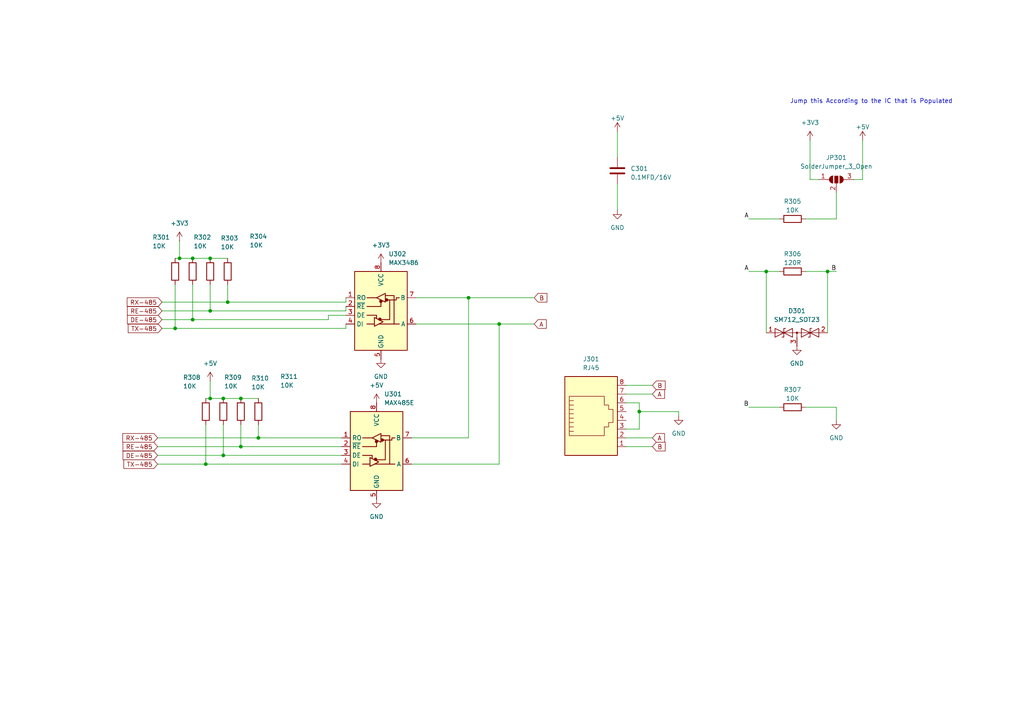
<source format=kicad_sch>
(kicad_sch (version 20231120) (generator "eeschema") (generator_version "8.0")
  (paper "A4")
  (lib_symbols
    (symbol "Connector:RJ45" (pin_names (offset 1.016))
      (property "Reference" "J" (at -5.08 13.97 0))
      (property "Value" "RJ45" (at 2.54 13.97 0))
      (symbol "RJ45_0_1"
        (polyline (pts (xy -5.08 4.445) (xy -6.35 4.445)))
        (polyline (pts (xy -5.08 5.715) (xy -6.35 5.715)))
        (polyline (pts (xy -6.35 -3.175) (xy -5.08 -3.175) (xy -5.08 -3.175)))
        (polyline (pts (xy -6.35 -1.905) (xy -5.08 -1.905) (xy -5.08 -1.905)))
        (polyline (pts (xy -6.35 -0.635) (xy -5.08 -0.635) (xy -5.08 -0.635)))
        (polyline (pts (xy -6.35 0.635) (xy -5.08 0.635) (xy -5.08 0.635)))
        (polyline (pts (xy -6.35 1.905) (xy -5.08 1.905) (xy -5.08 1.905)))
        (polyline (pts (xy -5.08 3.175) (xy -6.35 3.175) (xy -6.35 3.175)))
        (polyline (pts (xy -6.35 -4.445) (xy -6.35 6.985) (xy 3.81 6.985) (xy 3.81 4.445) (xy 5.08 4.445) (xy 5.08 3.175) (xy 6.35 3.175) (xy 6.35 -0.635) (xy 5.08 -0.635) (xy 5.08 -1.905) (xy 3.81 -1.905) (xy 3.81 -4.445) (xy -6.35 -4.445) (xy -6.35 -4.445)))
        (rectangle (start 7.62 12.7) (end -7.62 -10.16) (stroke (width 0.254)) (fill (type background)))
      )
      (symbol "RJ45_1_1"
        (pin passive line (at 10.16 -7.62 180) (length 2.54) (name "~") (number "1"))
        (pin passive line (at 10.16 -5.08 180) (length 2.54) (name "~") (number "2"))
        (pin passive line (at 10.16 -2.54 180) (length 2.54) (name "~") (number "3"))
        (pin passive line (at 10.16 0 180) (length 2.54) (name "~") (number "4"))
        (pin passive line (at 10.16 2.54 180) (length 2.54) (name "~") (number "5"))
        (pin passive line (at 10.16 5.08 180) (length 2.54) (name "~") (number "6"))
        (pin passive line (at 10.16 7.62 180) (length 2.54) (name "~") (number "7"))
        (pin passive line (at 10.16 10.16 180) (length 2.54) (name "~") (number "8"))
      )
    )
    (symbol "Device:C" (pin_numbers hide) (pin_names (offset 0.254))
      (property "Reference" "C" (at 0.635 2.54 0))
      (property "Value" "C" (at 0.635 -2.54 0))
      (symbol "C_0_1"
        (polyline (pts (xy -2.032 -0.762) (xy 2.032 -0.762)) (stroke (width 0.508)))
        (polyline (pts (xy -2.032 0.762) (xy 2.032 0.762)) (stroke (width 0.508)))
      )
      (symbol "C_1_1"
        (pin passive line (at 0 3.81 270) (length 2.794) (name "~") (number "1"))
        (pin passive line (at 0 -3.81 90) (length 2.794) (name "~") (number "2"))
      )
    )
    (symbol "Device:R" (pin_numbers hide) (pin_names (offset 0))
      (property "Reference" "R" (at 2.032 0 90))
      (property "Value" "R" (at 0 0 90))
      (symbol "R_0_1"
        (rectangle (start -1.016 -2.54) (end 1.016 2.54) (stroke (width 0.254)))
      )
      (symbol "R_1_1"
        (pin passive line (at 0 3.81 270) (length 1.27) (name "~") (number "1"))
        (pin passive line (at 0 -3.81 90) (length 1.27) (name "~") (number "2"))
      )
    )
    (symbol "Diode:SM712_SOT23" (pin_names (offset 1.016) hide)
      (property "Reference" "D" (at 0 4.445 0))
      (property "Value" "SM712_SOT23" (at 0 2.54 0))
      (symbol "SM712_SOT23_0_0"
        (polyline (pts (xy 0 -1.27) (xy 0 0)))
      )
      (symbol "SM712_SOT23_0_1"
        (polyline (pts (xy -6.35 0) (xy 6.35 0)))
        (polyline (pts (xy -3.302 1.27) (xy -3.81 1.27) (xy -3.81 -1.27) (xy -4.318 -1.27)) (stroke (width 0.2032)))
        (polyline (pts (xy 4.318 1.27) (xy 3.81 1.27) (xy 3.81 -1.27) (xy 3.302 -1.27)) (stroke (width 0.2032)))
        (polyline (pts (xy -6.35 -1.27) (xy -1.27 1.27) (xy -1.27 -1.27) (xy -6.35 1.27) (xy -6.35 -1.27)) (stroke (width 0.2032)))
        (polyline (pts (xy 1.27 -1.27) (xy 1.27 1.27) (xy 6.35 -1.27) (xy 6.35 1.27) (xy 1.27 -1.27)) (stroke (width 0.2032)))
        (circle (center 0 0) (radius 0.254) (fill (type outline)))
      )
      (symbol "SM712_SOT23_1_1"
        (pin passive line (at -8.89 0 0) (length 2.54) (name "A1") (number "1"))
        (pin passive line (at 8.89 0 180) (length 2.54) (name "A2") (number "2"))
        (pin input line (at 0 -3.81 90) (length 2.54) (name "common") (number "3"))
      )
    )
    (symbol "Interface_UART:MAX3486"
      (property "Reference" "U" (at -6.096 11.43 0))
      (property "Value" "MAX3486" (at 0.762 11.43 0))
      (symbol "MAX3486_0_1"
        (rectangle (start -7.62 10.16) (end 7.62 -12.7) (stroke (width 0.254)) (fill (type background)))
        (circle (center -0.3048 -3.683) (radius 0.3556) (stroke (width 0.254)) (fill (type outline)))
        (circle (center -0.0254 1.4986) (radius 0.3556) (stroke (width 0.254)) (fill (type outline)))
        (polyline (pts (xy -4.064 -5.08) (xy -1.905 -5.08)) (stroke (width 0.254)))
        (polyline (pts (xy -4.064 2.54) (xy -1.27 2.54)) (stroke (width 0.254)))
        (polyline (pts (xy -1.27 -3.2004) (xy -1.27 -3.4544)) (stroke (width 0.254)))
        (polyline (pts (xy -0.635 -5.08) (xy 5.334 -5.08)) (stroke (width 0.254)))
        (polyline (pts (xy -4.064 -2.54) (xy -1.27 -2.54) (xy -1.27 -3.175)) (stroke (width 0.254)))
        (polyline (pts (xy 0 1.27) (xy 0 0) (xy -4.064 0)) (stroke (width 0.254)))
        (polyline (pts (xy 1.27 3.175) (xy 3.81 3.175) (xy 3.81 -5.08)) (stroke (width 0.254)))
        (polyline (pts (xy 2.54 1.905) (xy 2.54 -3.81) (xy 0 -3.81)) (stroke (width 0.254)))
        (polyline (pts (xy -1.905 -3.175) (xy -1.905 -5.715) (xy 0.635 -4.445) (xy -1.905 -3.175)) (stroke (width 0.254)))
        (polyline (pts (xy -1.27 2.54) (xy 1.27 3.81) (xy 1.27 1.27) (xy -1.27 2.54)) (stroke (width 0.254)))
        (polyline (pts (xy 1.905 1.905) (xy 4.445 1.905) (xy 4.445 2.54) (xy 5.334 2.54)) (stroke (width 0.254)))
        (rectangle (start 1.27 3.175) (end 1.27 3.175))
        (circle (center 1.651 1.905) (radius 0.3556) (stroke (width 0.254)) (fill (type outline)))
      )
      (symbol "MAX3486_1_1"
        (pin output line (at -10.16 2.54 0) (length 2.54) (name "RO") (number "1"))
        (pin input line (at -10.16 0 0) (length 2.54) (name "~{RE}") (number "2"))
        (pin input line (at -10.16 -2.54 0) (length 2.54) (name "DE") (number "3"))
        (pin input line (at -10.16 -5.08 0) (length 2.54) (name "DI") (number "4"))
        (pin power_in line (at 0 -15.24 90) (length 2.54) (name "GND") (number "5"))
        (pin bidirectional line (at 10.16 -5.08 180) (length 2.54) (name "A") (number "6"))
        (pin bidirectional line (at 10.16 2.54 180) (length 2.54) (name "B") (number "7"))
        (pin power_in line (at 0 12.7 270) (length 2.54) (name "VCC") (number "8"))
      )
    )
    (symbol "Interface_UART:MAX485E"
      (property "Reference" "U" (at -6.096 11.43 0))
      (property "Value" "MAX485E" (at 0.762 11.43 0))
      (symbol "MAX485E_0_1"
        (rectangle (start -7.62 10.16) (end 7.62 -12.7) (stroke (width 0.254)) (fill (type background)))
        (circle (center -0.3048 -3.683) (radius 0.3556) (stroke (width 0.254)) (fill (type outline)))
        (circle (center -0.0254 1.4986) (radius 0.3556) (stroke (width 0.254)) (fill (type outline)))
        (polyline (pts (xy -4.064 -5.08) (xy -1.905 -5.08)) (stroke (width 0.254)))
        (polyline (pts (xy -4.064 2.54) (xy -1.27 2.54)) (stroke (width 0.254)))
        (polyline (pts (xy -1.27 -3.2004) (xy -1.27 -3.4544)) (stroke (width 0.254)))
        (polyline (pts (xy -0.635 -5.08) (xy 5.334 -5.08)) (stroke (width 0.254)))
        (polyline (pts (xy -4.064 -2.54) (xy -1.27 -2.54) (xy -1.27 -3.175)) (stroke (width 0.254)))
        (polyline (pts (xy 0 1.27) (xy 0 0) (xy -4.064 0)) (stroke (width 0.254)))
        (polyline (pts (xy 1.27 3.175) (xy 3.81 3.175) (xy 3.81 -5.08)) (stroke (width 0.254)))
        (polyline (pts (xy 2.54 1.905) (xy 2.54 -3.81) (xy 0 -3.81)) (stroke (width 0.254)))
        (polyline (pts (xy -1.905 -3.175) (xy -1.905 -5.715) (xy 0.635 -4.445) (xy -1.905 -3.175)) (stroke (width 0.254)))
        (polyline (pts (xy -1.27 2.54) (xy 1.27 3.81) (xy 1.27 1.27) (xy -1.27 2.54)) (stroke (width 0.254)))
        (polyline (pts (xy 1.905 1.905) (xy 4.445 1.905) (xy 4.445 2.54) (xy 5.334 2.54)) (stroke (width 0.254)))
        (rectangle (start 1.27 3.175) (end 1.27 3.175))
        (circle (center 1.651 1.905) (radius 0.3556) (stroke (width 0.254)) (fill (type outline)))
      )
      (symbol "MAX485E_1_1"
        (pin output line (at -10.16 2.54 0) (length 2.54) (name "RO") (number "1"))
        (pin input line (at -10.16 0 0) (length 2.54) (name "~{RE}") (number "2"))
        (pin input line (at -10.16 -2.54 0) (length 2.54) (name "DE") (number "3"))
        (pin input line (at -10.16 -5.08 0) (length 2.54) (name "DI") (number "4"))
        (pin power_in line (at 0 -15.24 90) (length 2.54) (name "GND") (number "5"))
        (pin bidirectional line (at 10.16 -5.08 180) (length 2.54) (name "A") (number "6"))
        (pin bidirectional line (at 10.16 2.54 180) (length 2.54) (name "B") (number "7"))
        (pin power_in line (at 0 12.7 270) (length 2.54) (name "VCC") (number "8"))
      )
    )
    (symbol "Jumper:SolderJumper_3_Open" (pin_names (offset 0) hide) (exclude_from_sim yes) (in_bom no)
      (property "Reference" "JP" (at -2.54 -2.54 0))
      (property "Value" "SolderJumper_3_Open" (at 0 2.794 0))
      (symbol "SolderJumper_3_Open_0_1"
        (arc (start -1.016 1.016) (mid -2.0276 0) (end -1.016 -1.016))
        (arc (start -1.016 1.016) (mid -2.0276 0) (end -1.016 -1.016) (fill (type outline)))
        (rectangle (start -0.508 1.016) (end 0.508 -1.016) (fill (type outline)))
        (polyline (pts (xy -2.54 0) (xy -2.032 0)))
        (polyline (pts (xy -1.016 1.016) (xy -1.016 -1.016)))
        (polyline (pts (xy 0 -1.27) (xy 0 -1.016)))
        (polyline (pts (xy 1.016 1.016) (xy 1.016 -1.016)))
        (polyline (pts (xy 2.54 0) (xy 2.032 0)))
        (arc (start 1.016 -1.016) (mid 2.0276 0) (end 1.016 1.016))
        (arc (start 1.016 -1.016) (mid 2.0276 0) (end 1.016 1.016) (fill (type outline)))
      )
      (symbol "SolderJumper_3_Open_1_1"
        (pin passive line (at -5.08 0 0) (length 2.54) (name "A") (number "1"))
        (pin passive line (at 0 -3.81 90) (length 2.54) (name "C") (number "2"))
        (pin passive line (at 5.08 0 180) (length 2.54) (name "B") (number "3"))
      )
    )
    (symbol "power:+3V3" (power) (pin_numbers hide) (pin_names (offset 0) hide)
      (property "Value" "+3V3" (at 0 3.556 0))
      (symbol "+3V3_0_1"
        (polyline (pts (xy -0.762 1.27) (xy 0 2.54)))
        (polyline (pts (xy 0 0) (xy 0 2.54)))
        (polyline (pts (xy 0 2.54) (xy 0.762 1.27)))
      )
      (symbol "+3V3_1_1"
        (pin power_in line (at 0 0 90) (length 0) (name "~") (number "1"))
      )
    )
    (symbol "power:+5V" (power) (pin_numbers hide) (pin_names (offset 0) hide)
      (property "Value" "+5V" (at 0 3.556 0))
      (symbol "+5V_0_1"
        (polyline (pts (xy -0.762 1.27) (xy 0 2.54)))
        (polyline (pts (xy 0 0) (xy 0 2.54)))
        (polyline (pts (xy 0 2.54) (xy 0.762 1.27)))
      )
      (symbol "+5V_1_1"
        (pin power_in line (at 0 0 90) (length 0) (name "~") (number "1"))
      )
    )
    (symbol "power:GND" (power) (pin_numbers hide) (pin_names (offset 0) hide)
      (property "Value" "GND" (at 0 -3.81 0))
      (symbol "GND_0_1"
        (polyline (pts (xy 0 0) (xy 0 -1.27) (xy 1.27 -1.27) (xy 0 -2.54) (xy -1.27 -1.27) (xy 0 -1.27)))
      )
      (symbol "GND_1_1"
        (pin power_in line (at 0 0 270) (length 0) (name "~") (number "1"))
      )
    )
  )
  (junction (at 60.96 74.93))
  (junction (at 52.07 74.93))
  (junction (at 222.25 78.74))
  (junction (at 50.8 95.25))
  (junction (at 55.88 74.93))
  (junction (at 55.88 92.71))
  (junction (at 185.42 119.38))
  (junction (at 144.78 93.98))
  (junction (at 60.96 115.57))
  (junction (at 69.85 115.57))
  (junction (at 240.03 78.74))
  (junction (at 66.04 87.63))
  (junction (at 60.96 90.17))
  (junction (at 64.77 115.57))
  (junction (at 135.89 86.36))
  (junction (at 64.77 132.08))
  (junction (at 59.69 134.62))
  (junction (at 69.85 129.54))
  (junction (at 74.93 127))
  (wire (pts (xy 135.89 86.36) (xy 135.89 127)))
  (wire (pts (xy 222.25 78.74) (xy 226.06 78.74)))
  (wire (pts (xy 74.93 127) (xy 99.06 127)))
  (wire (pts (xy 50.8 82.55) (xy 50.8 95.25)))
  (wire (pts (xy 217.17 78.74) (xy 222.25 78.74)))
  (wire (pts (xy 234.95 52.07) (xy 237.49 52.07)))
  (wire (pts (xy 45.72 129.54) (xy 69.85 129.54)))
  (wire (pts (xy 144.78 134.62) (xy 144.78 93.98)))
  (wire (pts (xy 59.69 134.62) (xy 99.06 134.62)))
  (wire (pts (xy 179.07 53.34) (xy 179.07 60.96)))
  (wire (pts (xy 233.68 118.11) (xy 242.57 118.11)))
  (wire (pts (xy 55.88 74.93) (xy 60.96 74.93)))
  (wire (pts (xy 60.96 90.17) (xy 100.33 90.17)))
  (wire (pts (xy 181.61 116.84) (xy 185.42 116.84)))
  (wire (pts (xy 46.99 87.63) (xy 66.04 87.63)))
  (wire (pts (xy 60.96 115.57) (xy 64.77 115.57)))
  (wire (pts (xy 52.07 69.85) (xy 52.07 74.93)))
  (wire (pts (xy 185.42 116.84) (xy 185.42 119.38)))
  (wire (pts (xy 217.17 63.5) (xy 226.06 63.5)))
  (wire (pts (xy 242.57 55.88) (xy 242.57 63.5)))
  (wire (pts (xy 46.99 92.71) (xy 55.88 92.71)))
  (wire (pts (xy 52.07 74.93) (xy 55.88 74.93)))
  (wire (pts (xy 46.99 90.17) (xy 60.96 90.17)))
  (wire (pts (xy 45.72 132.08) (xy 64.77 132.08)))
  (wire (pts (xy 196.85 120.65) (xy 196.85 119.38)))
  (wire (pts (xy 119.38 134.62) (xy 144.78 134.62)))
  (wire (pts (xy 69.85 123.19) (xy 69.85 129.54)))
  (wire (pts (xy 100.33 93.98) (xy 100.33 95.25)))
  (wire (pts (xy 217.17 118.11) (xy 226.06 118.11)))
  (wire (pts (xy 181.61 114.3) (xy 189.23 114.3)))
  (wire (pts (xy 50.8 74.93) (xy 52.07 74.93)))
  (wire (pts (xy 45.72 127) (xy 74.93 127)))
  (wire (pts (xy 59.69 115.57) (xy 60.96 115.57)))
  (wire (pts (xy 95.25 92.71) (xy 95.25 91.44)))
  (wire (pts (xy 60.96 82.55) (xy 60.96 90.17)))
  (wire (pts (xy 55.88 92.71) (xy 95.25 92.71)))
  (wire (pts (xy 60.96 110.49) (xy 60.96 115.57)))
  (wire (pts (xy 66.04 87.63) (xy 100.33 87.63)))
  (wire (pts (xy 60.96 74.93) (xy 66.04 74.93)))
  (wire (pts (xy 222.25 78.74) (xy 222.25 96.52)))
  (wire (pts (xy 181.61 129.54) (xy 189.23 129.54)))
  (wire (pts (xy 185.42 119.38) (xy 185.42 124.46)))
  (wire (pts (xy 242.57 118.11) (xy 242.57 121.92)))
  (wire (pts (xy 119.38 127) (xy 135.89 127)))
  (wire (pts (xy 64.77 115.57) (xy 69.85 115.57)))
  (wire (pts (xy 69.85 115.57) (xy 74.93 115.57)))
  (wire (pts (xy 240.03 78.74) (xy 242.57 78.74)))
  (wire (pts (xy 45.72 134.62) (xy 59.69 134.62)))
  (wire (pts (xy 250.19 52.07) (xy 247.65 52.07)))
  (wire (pts (xy 100.33 90.17) (xy 100.33 88.9)))
  (wire (pts (xy 64.77 132.08) (xy 99.06 132.08)))
  (wire (pts (xy 154.94 93.98) (xy 144.78 93.98)))
  (wire (pts (xy 181.61 127) (xy 189.23 127)))
  (wire (pts (xy 233.68 63.5) (xy 242.57 63.5)))
  (wire (pts (xy 240.03 78.74) (xy 240.03 96.52)))
  (wire (pts (xy 196.85 119.38) (xy 185.42 119.38)))
  (wire (pts (xy 69.85 129.54) (xy 99.06 129.54)))
  (wire (pts (xy 66.04 82.55) (xy 66.04 87.63)))
  (wire (pts (xy 120.65 86.36) (xy 135.89 86.36)))
  (wire (pts (xy 59.69 123.19) (xy 59.69 134.62)))
  (wire (pts (xy 135.89 86.36) (xy 154.94 86.36)))
  (wire (pts (xy 181.61 124.46) (xy 185.42 124.46)))
  (wire (pts (xy 74.93 123.19) (xy 74.93 127)))
  (wire (pts (xy 250.19 40.64) (xy 250.19 52.07)))
  (wire (pts (xy 95.25 91.44) (xy 100.33 91.44)))
  (wire (pts (xy 144.78 93.98) (xy 120.65 93.98)))
  (wire (pts (xy 46.99 95.25) (xy 50.8 95.25)))
  (wire (pts (xy 50.8 95.25) (xy 100.33 95.25)))
  (wire (pts (xy 179.07 38.1) (xy 179.07 45.72)))
  (wire (pts (xy 64.77 123.19) (xy 64.77 132.08)))
  (wire (pts (xy 234.95 40.64) (xy 234.95 52.07)))
  (wire (pts (xy 100.33 87.63) (xy 100.33 86.36)))
  (wire (pts (xy 55.88 82.55) (xy 55.88 92.71)))
  (wire (pts (xy 233.68 78.74) (xy 240.03 78.74)))
  (wire (pts (xy 181.61 111.76) (xy 189.23 111.76)))
  (text "Jump this According to the IC that is Populated" (at 252.73 29.464 0) (effects (font (size 1.27 1.27))))
  (label "B" (at 242.57 78.74 180))
  (label "A" (at 217.17 63.5 180))
  (label "B" (at 217.17 118.11 180))
  (label "A" (at 217.17 78.74 180))
  (global_label "TX-485" (shape input) (at 45.72 134.62 180) (property "Intersheetrefs" "${INTERSHEET_REFS}" (effects (hide yes))))
  (global_label "RX-485" (shape input) (at 45.72 127 180) (property "Intersheetrefs" "${INTERSHEET_REFS}" (effects (hide yes))))
  (global_label "RE-485" (shape input) (at 46.99 90.17 180) (property "Intersheetrefs" "${INTERSHEET_REFS}" (effects (hide yes))))
  (global_label "A" (shape input) (at 189.23 114.3 0) (property "Intersheetrefs" "${INTERSHEET_REFS}" (effects (hide yes))))
  (global_label "B" (shape input) (at 189.23 111.76 0) (property "Intersheetrefs" "${INTERSHEET_REFS}" (effects (hide yes))))
  (global_label "DE-485" (shape input) (at 46.99 92.71 180) (property "Intersheetrefs" "${INTERSHEET_REFS}" (effects (hide yes))))
  (global_label "B" (shape input) (at 154.94 86.36 0) (property "Intersheetrefs" "${INTERSHEET_REFS}" (effects (hide yes))))
  (global_label "RE-485" (shape input) (at 45.72 129.54 180) (property "Intersheetrefs" "${INTERSHEET_REFS}" (effects (hide yes))))
  (global_label "DE-485" (shape input) (at 45.72 132.08 180) (property "Intersheetrefs" "${INTERSHEET_REFS}" (effects (hide yes))))
  (global_label "A" (shape input) (at 189.23 127 0) (property "Intersheetrefs" "${INTERSHEET_REFS}" (effects (hide yes))))
  (global_label "RX-485" (shape input) (at 46.99 87.63 180) (property "Intersheetrefs" "${INTERSHEET_REFS}" (effects (hide yes))))
  (global_label "A" (shape input) (at 154.94 93.98 0) (property "Intersheetrefs" "${INTERSHEET_REFS}" (effects (hide yes))))
  (global_label "B" (shape input) (at 189.23 129.54 0) (property "Intersheetrefs" "${INTERSHEET_REFS}" (effects (hide yes))))
  (global_label "TX-485" (shape input) (at 46.99 95.25 180) (property "Intersheetrefs" "${INTERSHEET_REFS}" (effects (hide yes))))
  (symbol (lib_id "Device:R") (at 66.04 78.74 180) (unit 1)
    (property "Reference" "R304" (at 72.39 68.58 0) (effects (justify right)))
    (property "Value" "10K" (at 72.39 71.12 0) (effects (justify right)))
    (property "Footprint" "Resistor_SMD:R_0603_1608Metric_Pad0.98x0.95mm_HandSolder" (effects (hide yes)))
  )
  (symbol (lib_id "power:+5V") (at 250.19 40.64 0) (unit 1)
    (property "Reference" "#PWR0310" (effects (hide yes)))
    (property "Value" "+5V" (at 250.19 36.83 0))
  )
  (symbol (lib_id "power:+5V") (at 109.22 116.84 0) (unit 1)
    (property "Reference" "#PWR0302" (effects (hide yes)))
    (property "Value" "+5V" (at 109.22 111.76 0))
    (property "Description" "Power symbol creates a global label with name \"+5V\"" (effects (hide yes)))
  )
  (symbol (lib_id "Diode:SM712_SOT23") (at 231.14 96.52 0) (unit 1)
    (property "Reference" "D301" (at 231.14 90.17 0))
    (property "Value" "SM712_SOT23" (at 231.14 92.71 0))
    (property "Footprint" "Package_TO_SOT_SMD:SOT-23" (effects (hide yes)))
    (property "Datasheet" "https://www.littelfuse.com/~/media/electronics/datasheets/tvs_diode_arrays/littelfuse_tvs_diode_array_sm712_datasheet.pdf.pdf" (effects (hide yes)))
    (property "Description" "7V/12V, 600W Asymmetrical TVS Diode Array, SOT-23" (effects (hide yes)))
  )
  (symbol (lib_id "power:GND") (at 179.07 60.96 0) (unit 1)
    (property "Reference" "#PWR0307" (effects (hide yes)))
    (property "Value" "GND" (at 179.07 66.04 0))
  )
  (symbol (lib_id "power:GND") (at 231.14 100.33 0) (unit 1)
    (property "Reference" "#PWR0309" (effects (hide yes)))
    (property "Value" "GND" (at 231.14 105.41 0))
    (property "Description" "Power symbol creates a global label with name \"GND\" , ground" (effects (hide yes)))
  )
  (symbol (lib_id "Device:R") (at 69.85 119.38 180) (unit 1)
    (property "Reference" "R310" (at 72.898 109.728 0) (effects (justify right)))
    (property "Value" "10K" (at 72.898 112.268 0) (effects (justify right)))
    (property "Footprint" "Resistor_SMD:R_0603_1608Metric_Pad0.98x0.95mm_HandSolder" (effects (hide yes)))
  )
  (symbol (lib_id "Jumper:SolderJumper_3_Open") (at 242.57 52.07 0) (unit 1) (exclude_from_sim yes) (in_bom no)
    (property "Reference" "JP301" (at 242.57 45.72 0))
    (property "Value" "SolderJumper_3_Open" (at 242.57 48.26 0))
    (property "Footprint" "Jumper:SolderJumper-3_P2.0mm_Open_TrianglePad1.0x1.5mm" (effects (hide yes)))
    (property "Description" "Solder Jumper, 3-pole, open" (effects (hide yes)))
  )
  (symbol (lib_id "power:+5V") (at 60.96 110.49 0) (unit 1)
    (property "Reference" "#PWR0304" (effects (hide yes)))
    (property "Value" "+5V" (at 60.96 105.41 0))
    (property "Description" "Power symbol creates a global label with name \"+5V\"" (effects (hide yes)))
  )
  (symbol (lib_id "Device:R") (at 59.69 119.38 180) (unit 1)
    (property "Reference" "R308" (at 53.086 109.474 0) (effects (justify right)))
    (property "Value" "10K" (at 53.086 112.014 0) (effects (justify right)))
    (property "Footprint" "Resistor_SMD:R_0603_1608Metric_Pad0.98x0.95mm_HandSolder" (effects (hide yes)))
  )
  (symbol (lib_id "Device:R") (at 229.87 63.5 90) (unit 1)
    (property "Reference" "R305" (at 229.87 58.42 90))
    (property "Value" "10K" (at 229.87 60.96 90))
    (property "Footprint" "Resistor_SMD:R_0603_1608Metric_Pad0.98x0.95mm_HandSolder" (effects (hide yes)))
  )
  (symbol (lib_id "Interface_UART:MAX3486") (at 110.49 88.9 0) (unit 1)
    (property "Reference" "U302" (at 112.6841 73.66 0) (effects (justify left)))
    (property "Value" "MAX3486" (at 112.6841 76.2 0) (effects (justify left)))
    (property "Footprint" "Package_SO:SOIC-8_3.9x4.9mm_P1.27mm" (effects (hide yes)))
    (property "Datasheet" "https://datasheets.maximintegrated.com/en/ds/MAX3483-MAX3491.pdf" (effects (hide yes)))
    (property "Description" "True RS-485/RS-422, 2.5Mbps, Slew-Rate Limited, with low-power shutdown, with receiver/driver enable, 32 receiver drive capacitity, DIP-8 and SOIC-8" (effects (hide yes)))
  )
  (symbol (lib_id "power:GND") (at 196.85 120.65 0) (unit 1)
    (property "Reference" "#PWR0308" (effects (hide yes)))
    (property "Value" "GND" (at 196.85 125.73 0))
    (property "Description" "Power symbol creates a global label with name \"GND\" , ground" (effects (hide yes)))
  )
  (symbol (lib_id "Interface_UART:MAX485E") (at 109.22 129.54 0) (unit 1)
    (property "Reference" "U301" (at 111.4141 114.3 0) (effects (justify left)))
    (property "Value" "MAX485E" (at 111.4141 116.84 0) (effects (justify left)))
    (property "Footprint" "Package_DIP:DIP-8_W7.62mm_LongPads" (effects (hide yes)))
    (property "Datasheet" "https://datasheets.maximintegrated.com/en/ds/MAX1487E-MAX491E.pdf" (effects (hide yes)))
    (property "Description" "Half duplex RS-485/RS-422, 2.5 Mbps, ±15kV electro-static discharge (ESD) protection, no slew-rate, no low-power shutdown, with receiver/driver enable, 32 receiver drive capability, DIP-8 and SOIC-8" (effects (hide yes)))
  )
  (symbol (lib_id "power:+5V") (at 179.07 38.1 0) (unit 1)
    (property "Reference" "#PWR0306" (effects (hide yes)))
    (property "Value" "+5V" (at 179.07 34.29 0))
  )
  (symbol (lib_id "power:GND") (at 110.49 104.14 0) (unit 1)
    (property "Reference" "#PWR0305" (effects (hide yes)))
    (property "Value" "GND" (at 110.49 109.22 0))
    (property "Description" "Power symbol creates a global label with name \"GND\" , ground" (effects (hide yes)))
  )
  (symbol (lib_id "Connector:RJ45") (at 171.45 121.92 0) (unit 1)
    (property "Reference" "J301" (at 171.45 104.14 0))
    (property "Value" "RJ45" (at 171.45 106.68 0))
    (property "Footprint" "Connector_RJ:RJ45_Amphenol_54602-x08_Horizontal" (effects (hide yes)))
    (property "Description" "RJ connector, 8P8C (8 positions 8 connected)" (effects (hide yes)))
  )
  (symbol (lib_id "Device:C") (at 179.07 49.53 0) (unit 1)
    (property "Reference" "C301" (at 182.88 48.895 0) (effects (justify left)))
    (property "Value" "0.1MFD/16V" (at 182.88 51.435 0) (effects (justify left)))
    (property "Footprint" "Capacitor_SMD:C_0603_1608Metric_Pad1.08x0.95mm_HandSolder" (effects (hide yes)))
  )
  (symbol (lib_id "power:GND") (at 242.57 121.92 0) (unit 1)
    (property "Reference" "#PWR0311" (effects (hide yes)))
    (property "Value" "GND" (at 242.57 127 0))
  )
  (symbol (lib_id "power:+3V3") (at 110.49 76.2 0) (unit 1)
    (property "Reference" "#PWR0312" (effects (hide yes)))
    (property "Value" "+3V3" (at 110.49 71.12 0))
    (property "Description" "Power symbol creates a global label with name \"+3V3\"" (effects (hide yes)))
  )
  (symbol (lib_id "Device:R") (at 74.93 119.38 180) (unit 1)
    (property "Reference" "R311" (at 81.28 109.22 0) (effects (justify right)))
    (property "Value" "10K" (at 81.28 111.76 0) (effects (justify right)))
    (property "Footprint" "Resistor_SMD:R_0603_1608Metric_Pad0.98x0.95mm_HandSolder" (effects (hide yes)))
  )
  (symbol (lib_id "power:+3V3") (at 234.95 40.64 0) (unit 1)
    (property "Reference" "#PWR0313" (effects (hide yes)))
    (property "Value" "+3V3" (at 234.95 35.56 0))
    (property "Description" "Power symbol creates a global label with name \"+3V3\"" (effects (hide yes)))
  )
  (symbol (lib_id "power:GND") (at 109.22 144.78 0) (unit 1)
    (property "Reference" "#PWR0303" (effects (hide yes)))
    (property "Value" "GND" (at 109.22 149.86 0))
    (property "Description" "Power symbol creates a global label with name \"GND\" , ground" (effects (hide yes)))
  )
  (symbol (lib_id "power:+3V3") (at 52.07 69.85 0) (unit 1)
    (property "Reference" "#PWR0301" (effects (hide yes)))
    (property "Value" "+3V3" (at 52.07 64.77 0))
    (property "Description" "Power symbol creates a global label with name \"+3V3\"" (effects (hide yes)))
  )
  (symbol (lib_id "Device:R") (at 229.87 78.74 90) (unit 1)
    (property "Reference" "R306" (at 229.87 73.66 90))
    (property "Value" "120R" (at 229.87 76.2 90))
    (property "Footprint" "Resistor_SMD:R_0603_1608Metric_Pad0.98x0.95mm_HandSolder" (effects (hide yes)))
  )
  (symbol (lib_id "Device:R") (at 229.87 118.11 90) (unit 1)
    (property "Reference" "R307" (at 229.87 113.03 90))
    (property "Value" "10K" (at 229.87 115.57 90))
    (property "Footprint" "Resistor_SMD:R_0603_1608Metric_Pad0.98x0.95mm_HandSolder" (effects (hide yes)))
  )
  (symbol (lib_id "Device:R") (at 55.88 78.74 180) (unit 1)
    (property "Reference" "R302" (at 56.134 68.834 0) (effects (justify right)))
    (property "Value" "10K" (at 56.134 71.374 0) (effects (justify right)))
    (property "Footprint" "Resistor_SMD:R_0603_1608Metric_Pad0.98x0.95mm_HandSolder" (effects (hide yes)))
  )
  (symbol (lib_id "Device:R") (at 64.77 119.38 180) (unit 1)
    (property "Reference" "R309" (at 65.024 109.474 0) (effects (justify right)))
    (property "Value" "10K" (at 65.024 112.014 0) (effects (justify right)))
    (property "Footprint" "Resistor_SMD:R_0603_1608Metric_Pad0.98x0.95mm_HandSolder" (effects (hide yes)))
  )
  (symbol (lib_id "Device:R") (at 60.96 78.74 180) (unit 1)
    (property "Reference" "R303" (at 64.008 69.088 0) (effects (justify right)))
    (property "Value" "10K" (at 64.008 71.628 0) (effects (justify right)))
    (property "Footprint" "Resistor_SMD:R_0603_1608Metric_Pad0.98x0.95mm_HandSolder" (effects (hide yes)))
  )
  (symbol (lib_id "Device:R") (at 50.8 78.74 180) (unit 1)
    (property "Reference" "R301" (at 44.196 68.834 0) (effects (justify right)))
    (property "Value" "10K" (at 44.196 71.374 0) (effects (justify right)))
    (property "Footprint" "Resistor_SMD:R_0603_1608Metric_Pad0.98x0.95mm_HandSolder" (effects (hide yes)))
  )
)
</source>
